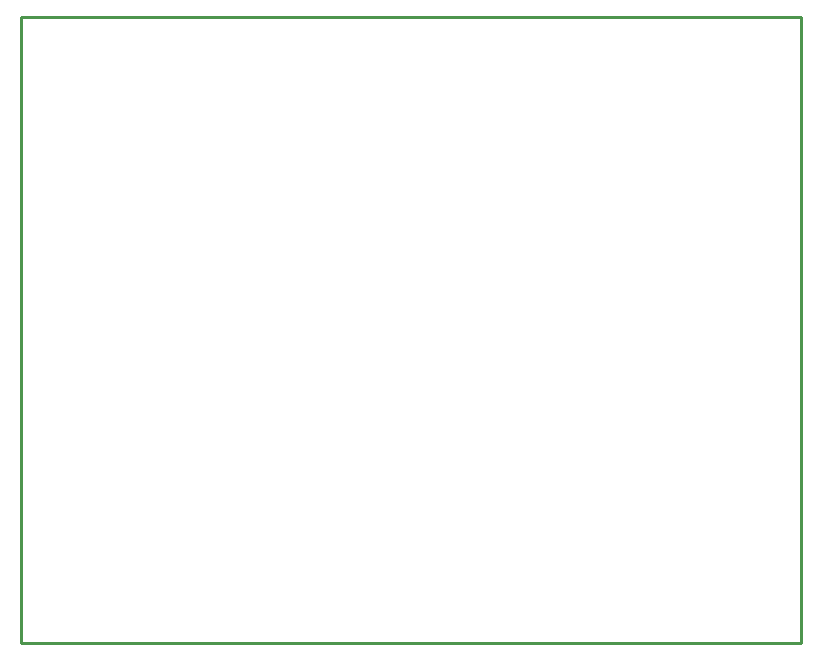
<source format=gko>
%FSLAX25Y25*%
%MOIN*%
G70*
G01*
G75*
G04 Layer_Color=16711935*
%ADD10R,0.10039X0.07677*%
%ADD11R,0.05512X0.04331*%
%ADD12R,0.07087X0.08268*%
%ADD13R,0.04331X0.02362*%
%ADD14R,0.24410X0.22835*%
%ADD15R,0.11811X0.06299*%
%ADD16R,0.04331X0.05512*%
G04:AMPARAMS|DCode=17|XSize=9.84mil|YSize=70.87mil|CornerRadius=0mil|HoleSize=0mil|Usage=FLASHONLY|Rotation=135.000|XOffset=0mil|YOffset=0mil|HoleType=Round|Shape=Round|*
%AMOVALD17*
21,1,0.06102,0.00984,0.00000,0.00000,225.0*
1,1,0.00984,0.02158,0.02158*
1,1,0.00984,-0.02158,-0.02158*
%
%ADD17OVALD17*%

G04:AMPARAMS|DCode=18|XSize=9.84mil|YSize=70.87mil|CornerRadius=0mil|HoleSize=0mil|Usage=FLASHONLY|Rotation=45.000|XOffset=0mil|YOffset=0mil|HoleType=Round|Shape=Round|*
%AMOVALD18*
21,1,0.06102,0.00984,0.00000,0.00000,135.0*
1,1,0.00984,0.02158,-0.02158*
1,1,0.00984,-0.02158,0.02158*
%
%ADD18OVALD18*%

%ADD19R,0.07087X0.09055*%
%ADD20R,0.02362X0.11811*%
%ADD21O,0.08661X0.02362*%
%ADD22R,0.02756X0.03150*%
%ADD23R,0.06000X0.07000*%
%ADD24R,0.06299X0.12598*%
%ADD25C,0.01181*%
%ADD26C,0.01969*%
%ADD27C,0.01575*%
%ADD28C,0.00984*%
%ADD29C,0.01500*%
%ADD30C,0.07874*%
%ADD31C,0.03937*%
%ADD32C,0.07480*%
%ADD33C,0.06000*%
%ADD34O,0.07874X0.03937*%
%ADD35O,0.07874X0.03937*%
%ADD36C,0.05906*%
%ADD37R,0.05906X0.05906*%
%ADD38C,0.02362*%
%ADD39C,0.05000*%
G04:AMPARAMS|DCode=40|XSize=23.62mil|YSize=23.62mil|CornerRadius=1.18mil|HoleSize=0mil|Usage=FLASHONLY|Rotation=90.000|XOffset=0mil|YOffset=0mil|HoleType=Round|Shape=RoundedRectangle|*
%AMROUNDEDRECTD40*
21,1,0.02362,0.02126,0,0,90.0*
21,1,0.02126,0.02362,0,0,90.0*
1,1,0.00236,0.01063,0.01063*
1,1,0.00236,0.01063,-0.01063*
1,1,0.00236,-0.01063,-0.01063*
1,1,0.00236,-0.01063,0.01063*
%
%ADD40ROUNDEDRECTD40*%
%ADD41R,0.04600X0.04600*%
%ADD42R,0.07480X0.04331*%
%ADD43C,0.03150*%
%ADD44C,0.02362*%
%ADD45C,0.00787*%
%ADD46C,0.00394*%
%ADD47C,0.00591*%
%ADD48C,0.00800*%
%ADD49C,0.01000*%
%ADD50C,0.00669*%
%ADD51R,0.10827X0.08465*%
%ADD52R,0.06299X0.05118*%
%ADD53R,0.07874X0.09055*%
%ADD54R,0.05118X0.03150*%
%ADD55R,0.25197X0.23622*%
%ADD56R,0.12598X0.07087*%
%ADD57R,0.05118X0.06299*%
G04:AMPARAMS|DCode=58|XSize=17.72mil|YSize=78.74mil|CornerRadius=0mil|HoleSize=0mil|Usage=FLASHONLY|Rotation=135.000|XOffset=0mil|YOffset=0mil|HoleType=Round|Shape=Round|*
%AMOVALD58*
21,1,0.06102,0.01772,0.00000,0.00000,225.0*
1,1,0.01772,0.02158,0.02158*
1,1,0.01772,-0.02158,-0.02158*
%
%ADD58OVALD58*%

G04:AMPARAMS|DCode=59|XSize=17.72mil|YSize=78.74mil|CornerRadius=0mil|HoleSize=0mil|Usage=FLASHONLY|Rotation=45.000|XOffset=0mil|YOffset=0mil|HoleType=Round|Shape=Round|*
%AMOVALD59*
21,1,0.06102,0.01772,0.00000,0.00000,135.0*
1,1,0.01772,0.02158,-0.02158*
1,1,0.01772,-0.02158,0.02158*
%
%ADD59OVALD59*%

%ADD60R,0.07874X0.09843*%
%ADD61R,0.03150X0.12598*%
%ADD62O,0.09449X0.03150*%
%ADD63R,0.03543X0.03937*%
%ADD64R,0.06787X0.07787*%
%ADD65R,0.07087X0.13386*%
%ADD66C,0.08268*%
%ADD67C,0.06787*%
%ADD68O,0.08661X0.04724*%
%ADD69O,0.08661X0.04724*%
%ADD70C,0.06693*%
%ADD71R,0.06693X0.06693*%
G04:AMPARAMS|DCode=72|XSize=31.5mil|YSize=31.5mil|CornerRadius=5.12mil|HoleSize=0mil|Usage=FLASHONLY|Rotation=90.000|XOffset=0mil|YOffset=0mil|HoleType=Round|Shape=RoundedRectangle|*
%AMROUNDEDRECTD72*
21,1,0.03150,0.02126,0,0,90.0*
21,1,0.02126,0.03150,0,0,90.0*
1,1,0.01024,0.01063,0.01063*
1,1,0.01024,0.01063,-0.01063*
1,1,0.01024,-0.01063,-0.01063*
1,1,0.01024,-0.01063,0.01063*
%
%ADD72ROUNDEDRECTD72*%
%ADD73R,0.05387X0.05387*%
%ADD74R,0.07880X0.04731*%
%ADD75R,0.01280X0.01083*%
%ADD76R,0.01280X0.01083*%
D49*
X-0Y-0D02*
X259842D01*
Y208661D01*
X-0D02*
X259842D01*
X-0Y-0D02*
Y208661D01*
M02*

</source>
